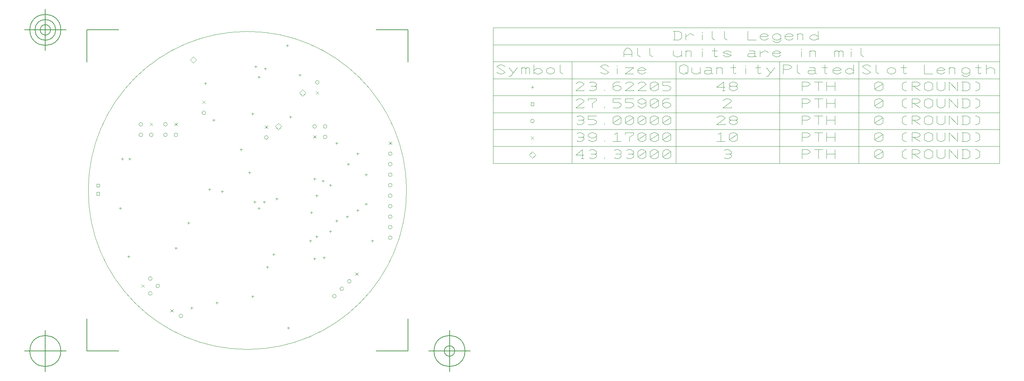
<source format=gbr>
G04 Generated by Ultiboard 13.0 *
%FSLAX25Y25*%
%MOIN*%

%ADD10C,0.00001*%
%ADD11C,0.00039*%
%ADD12C,0.00394*%
%ADD13C,0.00005*%
%ADD14C,0.00500*%


G04 ColorRGB 000000 for the following layer *
%LNDrill Symbols-Copper Top-Copper Bottom*%
%LPD*%
G54D11*
X232819Y-21000D02*
X235181Y-21000D01*
X234000Y-22181D02*
X234000Y-19819D01*
X225819Y-21000D02*
X228181Y-21000D01*
X227000Y-22181D02*
X227000Y-19819D01*
X223819Y-68000D02*
X226181Y-68000D01*
X225000Y-69181D02*
X225000Y-66819D01*
X276819Y-106000D02*
X279181Y-106000D01*
X278000Y-107181D02*
X278000Y-104819D01*
X363819Y-124000D02*
X366181Y-124000D01*
X365000Y-125181D02*
X365000Y-122819D01*
X429819Y-80000D02*
X432181Y-80000D01*
X431000Y-81181D02*
X431000Y-78819D01*
X429819Y-6000D02*
X432181Y-6000D01*
X431000Y-7181D02*
X431000Y-4819D01*
X440819Y-26000D02*
X443181Y-26000D01*
X442000Y-27181D02*
X442000Y-24819D01*
X288819Y-82000D02*
X291181Y-82000D01*
X290000Y-83181D02*
X290000Y-80819D01*
X231819Y-114000D02*
X234181Y-114000D01*
X233000Y-115181D02*
X233000Y-112819D01*
X383819Y-182000D02*
X386181Y-182000D01*
X385000Y-183181D02*
X385000Y-180819D01*
X439819Y-75969D02*
X442181Y-75969D01*
X441000Y-77150D02*
X441000Y-74787D01*
X304819Y51000D02*
X307181Y51000D01*
X306000Y49819D02*
X306000Y52181D01*
X338819Y-12000D02*
X341181Y-12000D01*
X340000Y-13181D02*
X340000Y-10819D01*
X355819Y-68000D02*
X358181Y-68000D01*
X357000Y-69181D02*
X357000Y-66819D01*
X372819Y-59000D02*
X375181Y-59000D01*
X374000Y-60181D02*
X374000Y-57819D01*
X312819Y16000D02*
X315181Y16000D01*
X314000Y14819D02*
X314000Y17181D01*
X349819Y22000D02*
X352181Y22000D01*
X351000Y20819D02*
X351000Y23181D01*
X405819Y-72000D02*
X408181Y-72000D01*
X407000Y-73181D02*
X407000Y-70819D01*
X449819Y-70000D02*
X452181Y-70000D01*
X451000Y-71181D02*
X451000Y-68819D01*
X449819Y-16000D02*
X452181Y-16000D01*
X451000Y-17181D02*
X451000Y-14819D01*
X404819Y-99000D02*
X407181Y-99000D01*
X406000Y-100181D02*
X406000Y-97819D01*
X463819Y-99000D02*
X466181Y-99000D01*
X465000Y-100181D02*
X465000Y-97819D01*
X457819Y-64000D02*
X460181Y-64000D01*
X459000Y-65181D02*
X459000Y-62819D01*
X457819Y-36000D02*
X460181Y-36000D01*
X459000Y-37181D02*
X459000Y-34819D01*
X423819Y-90000D02*
X426181Y-90000D01*
X425000Y-91181D02*
X425000Y-88819D01*
X423819Y-46000D02*
X426181Y-46000D01*
X425000Y-47181D02*
X425000Y-44819D01*
X410819Y-95000D02*
X413181Y-95000D01*
X412000Y-96181D02*
X412000Y-93819D01*
X410819Y-56000D02*
X413181Y-56000D01*
X412000Y-57181D02*
X412000Y-54819D01*
X416819Y-42000D02*
X419181Y-42000D01*
X418000Y-43181D02*
X418000Y-40819D01*
X408819Y-40000D02*
X411181Y-40000D01*
X410000Y-41181D02*
X410000Y-38819D01*
X360819Y-62000D02*
X363181Y-62000D01*
X362000Y-63181D02*
X362000Y-60819D01*
X417819Y-115000D02*
X420181Y-115000D01*
X419000Y-116181D02*
X419000Y-113819D01*
X315819Y-158000D02*
X318181Y-158000D01*
X317000Y-159181D02*
X317000Y-156819D01*
X320819Y-52000D02*
X323181Y-52000D01*
X322000Y-53181D02*
X322000Y-50819D01*
X349819Y-152000D02*
X352181Y-152000D01*
X351000Y-153181D02*
X351000Y-150819D01*
X308819Y-50000D02*
X311181Y-50000D01*
X310000Y-51181D02*
X310000Y-48819D01*
X291819Y-163000D02*
X294181Y-163000D01*
X293000Y-164181D02*
X293000Y-161819D01*
X369819Y-112000D02*
X372181Y-112000D01*
X371000Y-113181D02*
X371000Y-110819D01*
X346819Y-34000D02*
X349181Y-34000D01*
X348000Y-35181D02*
X348000Y-32819D01*
X394819Y59000D02*
X397181Y59000D01*
X396000Y57819D02*
X396000Y60181D01*
X385819Y19000D02*
X388181Y19000D01*
X387000Y17819D02*
X387000Y20181D01*
X355819Y57000D02*
X358181Y57000D01*
X357000Y55819D02*
X357000Y58181D01*
X382819Y87000D02*
X385181Y87000D01*
X384000Y85819D02*
X384000Y88181D01*
X361819Y65000D02*
X364181Y65000D01*
X363000Y63819D02*
X363000Y66181D01*
X352819Y67000D02*
X355181Y67000D01*
X354000Y65819D02*
X354000Y68181D01*
X351819Y-62000D02*
X354181Y-62000D01*
X353000Y-63181D02*
X353000Y-60819D01*
X408819Y-116000D02*
X411181Y-116000D01*
X410000Y-117181D02*
X410000Y-114819D01*
X480615Y-7385D02*
X483385Y-4615D01*
X480615Y-4615D02*
X483385Y-7385D01*
X480250Y-86000D02*
G75*
D01*
G02X480250Y-86000I1750J0*
G01*
X480250Y-16000D02*
G75*
D01*
G02X480250Y-16000I1750J0*
G01*
X480250Y-26000D02*
G75*
D01*
G02X480250Y-26000I1750J0*
G01*
X480250Y-66000D02*
G75*
D01*
G02X480250Y-66000I1750J0*
G01*
X480250Y-36000D02*
G75*
D01*
G02X480250Y-36000I1750J0*
G01*
X480250Y-46000D02*
G75*
D01*
G02X480250Y-46000I1750J0*
G01*
X480250Y-56000D02*
G75*
D01*
G02X480250Y-56000I1750J0*
G01*
X480250Y-96000D02*
G75*
D01*
G02X480250Y-96000I1750J0*
G01*
X480250Y-76000D02*
G75*
D01*
G02X480250Y-76000I1750J0*
G01*
X251821Y-134929D02*
G75*
D01*
G02X251821Y-134929I1750J0*
G01*
X258892Y-142000D02*
G75*
D01*
G02X258892Y-142000I1750J0*
G01*
X251821Y-149071D02*
G75*
D01*
G02X251821Y-149071I1750J0*
G01*
X245115Y-143385D02*
X247885Y-140615D01*
X245115Y-140615D02*
X247885Y-143385D01*
X272615Y-166885D02*
X275385Y-164115D01*
X272615Y-164115D02*
X275385Y-166885D01*
X280910Y-170500D02*
G75*
D01*
G02X280910Y-170500I1750J0*
G01*
X202541Y-47529D02*
X205297Y-47529D01*
X205297Y-44773D01*
X202541Y-44773D01*
X202541Y-47529D01*
X202541Y-55403D02*
X205297Y-55403D01*
X205297Y-52647D01*
X202541Y-52647D01*
X202541Y-55403D01*
X276250Y2000D02*
G75*
D01*
G02X276250Y2000I1750J0*
G01*
X266250Y2000D02*
G75*
D01*
G02X266250Y2000I1750J0*
G01*
X266250Y12000D02*
G75*
D01*
G02X266250Y12000I1750J0*
G01*
X276615Y10615D02*
X279385Y13385D01*
X276615Y13385D02*
X279385Y10615D01*
X252750Y2000D02*
G75*
D01*
G02X252750Y2000I1750J0*
G01*
X242750Y2000D02*
G75*
D01*
G02X242750Y2000I1750J0*
G01*
X242750Y12000D02*
G75*
D01*
G02X242750Y12000I1750J0*
G01*
X253115Y10615D02*
X255885Y13385D01*
X253115Y13385D02*
X255885Y10615D01*
X362615Y8115D02*
X365385Y10885D01*
X362615Y10885D02*
X365385Y8115D01*
X362250Y-500D02*
G75*
D01*
G02X362250Y-500I1750J0*
G01*
X408250Y10000D02*
G75*
D01*
G02X408250Y10000I1750J0*
G01*
X418250Y0D02*
G75*
D01*
G02X418250Y0I1750J0*
G01*
X408615Y-1385D02*
X411385Y1385D01*
X408615Y1385D02*
X411385Y-1385D01*
X418250Y10000D02*
G75*
D01*
G02X418250Y10000I1750J0*
G01*
X410750Y52000D02*
G75*
D01*
G02X410750Y52000I1750J0*
G01*
X411115Y40615D02*
X413885Y43385D01*
X411115Y43385D02*
X413885Y40615D01*
X303115Y31615D02*
X305885Y34385D01*
X303115Y34385D02*
X305885Y31615D01*
X302750Y23000D02*
G75*
D01*
G02X302750Y23000I1750J0*
G01*
X427037Y-151713D02*
G75*
D01*
G02X427037Y-151713I1750J0*
G01*
X441179Y-137571D02*
G75*
D01*
G02X441179Y-137571I1750J0*
G01*
X434108Y-144642D02*
G75*
D01*
G02X434108Y-144642I1750J0*
G01*
X448615Y-131885D02*
X451385Y-129115D01*
X448615Y-129115D02*
X451385Y-131885D01*
X615898Y408D02*
X618668Y-2362D01*
X615898Y-2362D02*
X618668Y408D01*
X615533Y15165D02*
G75*
D01*
G02X615533Y15165I1750J0*
G01*
X615905Y29929D02*
X618661Y29929D01*
X618661Y32685D01*
X615905Y32685D01*
X615905Y29929D01*
X617283Y46267D02*
X617283Y48630D01*
X616102Y47449D02*
X618464Y47449D01*
G54D12*
X375500Y6936D02*
X378564Y10000D01*
X375500Y13064D01*
X372436Y10000D01*
X375500Y6936D01*
X398500Y38936D02*
X401564Y42000D01*
X398500Y45064D01*
X395436Y42000D01*
X398500Y38936D01*
X294500Y70436D02*
X297564Y73500D01*
X294500Y76564D01*
X291436Y73500D01*
X294500Y70436D01*
X617283Y-20182D02*
X620347Y-17118D01*
X617283Y-14055D01*
X614219Y-17118D01*
X617283Y-20182D01*
X666233Y-17118D02*
X658359Y-17118D01*
X664921Y-12057D01*
X664921Y-20493D01*
X663609Y-20493D02*
X666233Y-20493D01*
X671483Y-12900D02*
X672795Y-12057D01*
X675420Y-12057D01*
X678044Y-13744D01*
X678044Y-15431D01*
X676732Y-16275D01*
X678044Y-17118D01*
X678044Y-18806D01*
X675420Y-20493D01*
X672795Y-20493D01*
X671483Y-19649D01*
X672795Y-16275D02*
X676732Y-16275D01*
X685918Y-20493D02*
X685918Y-19649D01*
X695105Y-12900D02*
X696417Y-12057D01*
X699042Y-12057D01*
X701666Y-13744D01*
X701666Y-15431D01*
X700354Y-16275D01*
X701666Y-17118D01*
X701666Y-18806D01*
X699042Y-20493D01*
X696417Y-20493D01*
X695105Y-19649D01*
X696417Y-16275D02*
X700354Y-16275D01*
X706916Y-12900D02*
X708228Y-12057D01*
X710853Y-12057D01*
X713477Y-13744D01*
X713477Y-15431D01*
X712165Y-16275D01*
X713477Y-17118D01*
X713477Y-18806D01*
X710853Y-20493D01*
X708228Y-20493D01*
X706916Y-19649D01*
X708228Y-16275D02*
X712165Y-16275D01*
X717414Y-13744D02*
X720039Y-12057D01*
X722664Y-12057D01*
X725288Y-13744D01*
X725288Y-18806D01*
X722664Y-20493D01*
X720039Y-20493D01*
X717414Y-18806D01*
X717414Y-13744D01*
X725288Y-13744D02*
X717414Y-18806D01*
X729225Y-13744D02*
X731850Y-12057D01*
X734475Y-12057D01*
X737099Y-13744D01*
X737099Y-18806D01*
X734475Y-20493D01*
X731850Y-20493D01*
X729225Y-18806D01*
X729225Y-13744D01*
X737099Y-13744D02*
X729225Y-18806D01*
X741036Y-13744D02*
X743661Y-12057D01*
X746286Y-12057D01*
X748910Y-13744D01*
X748910Y-18806D01*
X746286Y-20493D01*
X743661Y-20493D01*
X741036Y-18806D01*
X741036Y-13744D01*
X748910Y-13744D02*
X741036Y-18806D01*
X799829Y-12900D02*
X801141Y-12057D01*
X803766Y-12057D01*
X806391Y-13744D01*
X806391Y-15431D01*
X805078Y-16275D01*
X806391Y-17118D01*
X806391Y-18806D01*
X803766Y-20493D01*
X801141Y-20493D01*
X799829Y-19649D01*
X801141Y-16275D02*
X805078Y-16275D01*
X873714Y-20493D02*
X873714Y-12057D01*
X878963Y-12057D01*
X881588Y-13744D01*
X881588Y-14587D01*
X878963Y-16275D01*
X873714Y-16275D01*
X889462Y-20493D02*
X889462Y-12057D01*
X885525Y-12057D02*
X893399Y-12057D01*
X897336Y-20493D02*
X897336Y-12057D01*
X905210Y-20493D02*
X905210Y-12057D01*
X897336Y-16275D02*
X905210Y-16275D01*
X943005Y-13744D02*
X945630Y-12057D01*
X948254Y-12057D01*
X950879Y-13744D01*
X950879Y-18806D01*
X948254Y-20493D01*
X945630Y-20493D01*
X943005Y-18806D01*
X943005Y-13744D01*
X950879Y-13744D02*
X943005Y-18806D01*
X973189Y-20493D02*
X971876Y-20493D01*
X969252Y-18806D01*
X969252Y-13744D01*
X971876Y-12057D01*
X973189Y-12057D01*
X978438Y-20493D02*
X978438Y-12057D01*
X983687Y-12057D01*
X986312Y-13744D01*
X986312Y-14587D01*
X983687Y-16275D01*
X978438Y-16275D01*
X979750Y-16275D02*
X986312Y-20493D01*
X990249Y-18806D02*
X992874Y-20493D01*
X995498Y-20493D01*
X998123Y-18806D01*
X998123Y-13744D01*
X995498Y-12057D01*
X992874Y-12057D01*
X990249Y-13744D01*
X990249Y-18806D01*
X1002060Y-12057D02*
X1002060Y-18806D01*
X1004685Y-20493D01*
X1007309Y-20493D01*
X1009934Y-18806D01*
X1009934Y-12057D01*
X1013871Y-20493D02*
X1013871Y-12057D01*
X1021745Y-20493D01*
X1021745Y-12057D01*
X1025682Y-20493D02*
X1030931Y-20493D01*
X1033556Y-18806D01*
X1033556Y-13744D01*
X1030931Y-12057D01*
X1025682Y-12057D01*
X1026994Y-12057D02*
X1026994Y-20493D01*
X1038805Y-12057D02*
X1040118Y-12057D01*
X1042742Y-13744D01*
X1042742Y-18806D01*
X1040118Y-20493D01*
X1038805Y-20493D01*
X659672Y3242D02*
X660984Y4085D01*
X663609Y4085D01*
X666233Y2398D01*
X666233Y711D01*
X664921Y-133D01*
X666233Y-977D01*
X666233Y-2664D01*
X663609Y-4351D01*
X660984Y-4351D01*
X659672Y-3508D01*
X660984Y-133D02*
X664921Y-133D01*
X670170Y-2664D02*
X672795Y-4351D01*
X675420Y-4351D01*
X678044Y-2664D01*
X678044Y711D01*
X678044Y2398D01*
X675420Y4085D01*
X672795Y4085D01*
X670170Y2398D01*
X670170Y711D01*
X672795Y-977D01*
X675420Y-977D01*
X678044Y711D01*
X685918Y-4351D02*
X685918Y-3508D01*
X695105Y2398D02*
X697729Y4085D01*
X697729Y-4351D01*
X693792Y-4351D02*
X701666Y-4351D01*
X709540Y-4351D02*
X709540Y-133D01*
X713477Y2398D01*
X713477Y4085D01*
X705603Y4085D01*
X705603Y2398D01*
X717414Y2398D02*
X720039Y4085D01*
X722664Y4085D01*
X725288Y2398D01*
X725288Y-2664D01*
X722664Y-4351D01*
X720039Y-4351D01*
X717414Y-2664D01*
X717414Y2398D01*
X725288Y2398D02*
X717414Y-2664D01*
X729225Y2398D02*
X731850Y4085D01*
X734475Y4085D01*
X737099Y2398D01*
X737099Y-2664D01*
X734475Y-4351D01*
X731850Y-4351D01*
X729225Y-2664D01*
X729225Y2398D01*
X737099Y2398D02*
X729225Y-2664D01*
X741036Y2398D02*
X743661Y4085D01*
X746286Y4085D01*
X748910Y2398D01*
X748910Y-2664D01*
X746286Y-4351D01*
X743661Y-4351D01*
X741036Y-2664D01*
X741036Y2398D01*
X748910Y2398D02*
X741036Y-2664D01*
X793924Y2398D02*
X796548Y4085D01*
X796548Y-4351D01*
X792611Y-4351D02*
X800485Y-4351D01*
X804422Y2398D02*
X807047Y4085D01*
X809672Y4085D01*
X812296Y2398D01*
X812296Y-2664D01*
X809672Y-4351D01*
X807047Y-4351D01*
X804422Y-2664D01*
X804422Y2398D01*
X812296Y2398D02*
X804422Y-2664D01*
X873714Y-4351D02*
X873714Y4085D01*
X878963Y4085D01*
X881588Y2398D01*
X881588Y1554D01*
X878963Y-133D01*
X873714Y-133D01*
X889462Y-4351D02*
X889462Y4085D01*
X885525Y4085D02*
X893399Y4085D01*
X897336Y-4351D02*
X897336Y4085D01*
X905210Y-4351D02*
X905210Y4085D01*
X897336Y-133D02*
X905210Y-133D01*
X943005Y2398D02*
X945630Y4085D01*
X948254Y4085D01*
X950879Y2398D01*
X950879Y-2664D01*
X948254Y-4351D01*
X945630Y-4351D01*
X943005Y-2664D01*
X943005Y2398D01*
X950879Y2398D02*
X943005Y-2664D01*
X973189Y-4351D02*
X971876Y-4351D01*
X969252Y-2664D01*
X969252Y2398D01*
X971876Y4085D01*
X973189Y4085D01*
X978438Y-4351D02*
X978438Y4085D01*
X983687Y4085D01*
X986312Y2398D01*
X986312Y1554D01*
X983687Y-133D01*
X978438Y-133D01*
X979750Y-133D02*
X986312Y-4351D01*
X990249Y-2664D02*
X992874Y-4351D01*
X995498Y-4351D01*
X998123Y-2664D01*
X998123Y2398D01*
X995498Y4085D01*
X992874Y4085D01*
X990249Y2398D01*
X990249Y-2664D01*
X1002060Y4085D02*
X1002060Y-2664D01*
X1004685Y-4351D01*
X1007309Y-4351D01*
X1009934Y-2664D01*
X1009934Y4085D01*
X1013871Y-4351D02*
X1013871Y4085D01*
X1021745Y-4351D01*
X1021745Y4085D01*
X1025682Y-4351D02*
X1030931Y-4351D01*
X1033556Y-2664D01*
X1033556Y2398D01*
X1030931Y4085D01*
X1025682Y4085D01*
X1026994Y4085D02*
X1026994Y-4351D01*
X1038805Y4085D02*
X1040118Y4085D01*
X1042742Y2398D01*
X1042742Y-2664D01*
X1040118Y-4351D01*
X1038805Y-4351D01*
X659672Y19383D02*
X660984Y20227D01*
X663609Y20227D01*
X666233Y18540D01*
X666233Y16852D01*
X664921Y16009D01*
X666233Y15165D01*
X666233Y13478D01*
X663609Y11790D01*
X660984Y11790D01*
X659672Y12634D01*
X660984Y16009D02*
X664921Y16009D01*
X678044Y20227D02*
X670170Y20227D01*
X670170Y16852D01*
X675420Y16852D01*
X678044Y15165D01*
X678044Y13478D01*
X675420Y11790D01*
X670170Y11790D01*
X685918Y11790D02*
X685918Y12634D01*
X693792Y18540D02*
X696417Y20227D01*
X699042Y20227D01*
X701666Y18540D01*
X701666Y13478D01*
X699042Y11790D01*
X696417Y11790D01*
X693792Y13478D01*
X693792Y18540D01*
X701666Y18540D02*
X693792Y13478D01*
X705603Y18540D02*
X708228Y20227D01*
X710853Y20227D01*
X713477Y18540D01*
X713477Y13478D01*
X710853Y11790D01*
X708228Y11790D01*
X705603Y13478D01*
X705603Y18540D01*
X713477Y18540D02*
X705603Y13478D01*
X717414Y18540D02*
X720039Y20227D01*
X722664Y20227D01*
X725288Y18540D01*
X725288Y13478D01*
X722664Y11790D01*
X720039Y11790D01*
X717414Y13478D01*
X717414Y18540D01*
X725288Y18540D02*
X717414Y13478D01*
X729225Y18540D02*
X731850Y20227D01*
X734475Y20227D01*
X737099Y18540D01*
X737099Y13478D01*
X734475Y11790D01*
X731850Y11790D01*
X729225Y13478D01*
X729225Y18540D01*
X737099Y18540D02*
X729225Y13478D01*
X741036Y18540D02*
X743661Y20227D01*
X746286Y20227D01*
X748910Y18540D01*
X748910Y13478D01*
X746286Y11790D01*
X743661Y11790D01*
X741036Y13478D01*
X741036Y18540D01*
X748910Y18540D02*
X741036Y13478D01*
X792611Y18540D02*
X795236Y20227D01*
X797861Y20227D01*
X800485Y18540D01*
X800485Y17696D01*
X792611Y11790D01*
X800485Y11790D01*
X800485Y12634D01*
X809672Y11790D02*
X807047Y11790D01*
X804422Y13478D01*
X804422Y15165D01*
X805735Y16009D01*
X804422Y16852D01*
X804422Y18540D01*
X807047Y20227D01*
X809672Y20227D01*
X812296Y18540D01*
X812296Y16852D01*
X810984Y16009D01*
X812296Y15165D01*
X812296Y13478D01*
X809672Y11790D01*
X805735Y16009D02*
X810984Y16009D01*
X873714Y11790D02*
X873714Y20227D01*
X878963Y20227D01*
X881588Y18540D01*
X881588Y17696D01*
X878963Y16009D01*
X873714Y16009D01*
X889462Y11790D02*
X889462Y20227D01*
X885525Y20227D02*
X893399Y20227D01*
X897336Y11790D02*
X897336Y20227D01*
X905210Y11790D02*
X905210Y20227D01*
X897336Y16009D02*
X905210Y16009D01*
X943005Y18540D02*
X945630Y20227D01*
X948254Y20227D01*
X950879Y18540D01*
X950879Y13478D01*
X948254Y11790D01*
X945630Y11790D01*
X943005Y13478D01*
X943005Y18540D01*
X950879Y18540D02*
X943005Y13478D01*
X973189Y11790D02*
X971876Y11790D01*
X969252Y13478D01*
X969252Y18540D01*
X971876Y20227D01*
X973189Y20227D01*
X978438Y11790D02*
X978438Y20227D01*
X983687Y20227D01*
X986312Y18540D01*
X986312Y17696D01*
X983687Y16009D01*
X978438Y16009D01*
X979750Y16009D02*
X986312Y11790D01*
X990249Y13478D02*
X992874Y11790D01*
X995498Y11790D01*
X998123Y13478D01*
X998123Y18540D01*
X995498Y20227D01*
X992874Y20227D01*
X990249Y18540D01*
X990249Y13478D01*
X1002060Y20227D02*
X1002060Y13478D01*
X1004685Y11790D01*
X1007309Y11790D01*
X1009934Y13478D01*
X1009934Y20227D01*
X1013871Y11790D02*
X1013871Y20227D01*
X1021745Y11790D01*
X1021745Y20227D01*
X1025682Y11790D02*
X1030931Y11790D01*
X1033556Y13478D01*
X1033556Y18540D01*
X1030931Y20227D01*
X1025682Y20227D01*
X1026994Y20227D02*
X1026994Y11790D01*
X1038805Y20227D02*
X1040118Y20227D01*
X1042742Y18540D01*
X1042742Y13478D01*
X1040118Y11790D01*
X1038805Y11790D01*
X658359Y34681D02*
X660984Y36369D01*
X663609Y36369D01*
X666233Y34681D01*
X666233Y33838D01*
X658359Y27932D01*
X666233Y27932D01*
X666233Y28776D01*
X674107Y27932D02*
X674107Y32150D01*
X678044Y34681D01*
X678044Y36369D01*
X670170Y36369D01*
X670170Y34681D01*
X685918Y27932D02*
X685918Y28776D01*
X701666Y36369D02*
X693792Y36369D01*
X693792Y32994D01*
X699042Y32994D01*
X701666Y31307D01*
X701666Y29619D01*
X699042Y27932D01*
X693792Y27932D01*
X713477Y36369D02*
X705603Y36369D01*
X705603Y32994D01*
X710853Y32994D01*
X713477Y31307D01*
X713477Y29619D01*
X710853Y27932D01*
X705603Y27932D01*
X717414Y29619D02*
X720039Y27932D01*
X722664Y27932D01*
X725288Y29619D01*
X725288Y32994D01*
X725288Y34681D01*
X722664Y36369D01*
X720039Y36369D01*
X717414Y34681D01*
X717414Y32994D01*
X720039Y31307D01*
X722664Y31307D01*
X725288Y32994D01*
X729225Y34681D02*
X731850Y36369D01*
X734475Y36369D01*
X737099Y34681D01*
X737099Y29619D01*
X734475Y27932D01*
X731850Y27932D01*
X729225Y29619D01*
X729225Y34681D01*
X737099Y34681D02*
X729225Y29619D01*
X747598Y36369D02*
X743661Y36369D01*
X741036Y34681D01*
X741036Y31307D01*
X741036Y29619D01*
X743661Y27932D01*
X746286Y27932D01*
X748910Y29619D01*
X748910Y31307D01*
X746286Y32994D01*
X743661Y32994D01*
X741036Y31307D01*
X798517Y34681D02*
X801141Y36369D01*
X803766Y36369D01*
X806391Y34681D01*
X806391Y33838D01*
X798517Y27932D01*
X806391Y27932D01*
X806391Y28776D01*
X873714Y27932D02*
X873714Y36369D01*
X878963Y36369D01*
X881588Y34681D01*
X881588Y33838D01*
X878963Y32150D01*
X873714Y32150D01*
X889462Y27932D02*
X889462Y36369D01*
X885525Y36369D02*
X893399Y36369D01*
X897336Y27932D02*
X897336Y36369D01*
X905210Y27932D02*
X905210Y36369D01*
X897336Y32150D02*
X905210Y32150D01*
X943005Y34681D02*
X945630Y36369D01*
X948254Y36369D01*
X950879Y34681D01*
X950879Y29619D01*
X948254Y27932D01*
X945630Y27932D01*
X943005Y29619D01*
X943005Y34681D01*
X950879Y34681D02*
X943005Y29619D01*
X973189Y27932D02*
X971876Y27932D01*
X969252Y29619D01*
X969252Y34681D01*
X971876Y36369D01*
X973189Y36369D01*
X978438Y27932D02*
X978438Y36369D01*
X983687Y36369D01*
X986312Y34681D01*
X986312Y33838D01*
X983687Y32150D01*
X978438Y32150D01*
X979750Y32150D02*
X986312Y27932D01*
X990249Y29619D02*
X992874Y27932D01*
X995498Y27932D01*
X998123Y29619D01*
X998123Y34681D01*
X995498Y36369D01*
X992874Y36369D01*
X990249Y34681D01*
X990249Y29619D01*
X1002060Y36369D02*
X1002060Y29619D01*
X1004685Y27932D01*
X1007309Y27932D01*
X1009934Y29619D01*
X1009934Y36369D01*
X1013871Y27932D02*
X1013871Y36369D01*
X1021745Y27932D01*
X1021745Y36369D01*
X1025682Y27932D02*
X1030931Y27932D01*
X1033556Y29619D01*
X1033556Y34681D01*
X1030931Y36369D01*
X1025682Y36369D01*
X1026994Y36369D02*
X1026994Y27932D01*
X1038805Y36369D02*
X1040118Y36369D01*
X1042742Y34681D01*
X1042742Y29619D01*
X1040118Y27932D01*
X1038805Y27932D01*
X658359Y50823D02*
X660984Y52510D01*
X663609Y52510D01*
X666233Y50823D01*
X666233Y49979D01*
X658359Y44074D01*
X666233Y44074D01*
X666233Y44918D01*
X671483Y51667D02*
X672795Y52510D01*
X675420Y52510D01*
X678044Y50823D01*
X678044Y49136D01*
X676732Y48292D01*
X678044Y47449D01*
X678044Y45761D01*
X675420Y44074D01*
X672795Y44074D01*
X671483Y44918D01*
X672795Y48292D02*
X676732Y48292D01*
X685918Y44074D02*
X685918Y44918D01*
X700354Y52510D02*
X696417Y52510D01*
X693792Y50823D01*
X693792Y47449D01*
X693792Y45761D01*
X696417Y44074D01*
X699042Y44074D01*
X701666Y45761D01*
X701666Y47449D01*
X699042Y49136D01*
X696417Y49136D01*
X693792Y47449D01*
X705603Y50823D02*
X708228Y52510D01*
X710853Y52510D01*
X713477Y50823D01*
X713477Y49979D01*
X705603Y44074D01*
X713477Y44074D01*
X713477Y44918D01*
X717414Y50823D02*
X720039Y52510D01*
X722664Y52510D01*
X725288Y50823D01*
X725288Y49979D01*
X717414Y44074D01*
X725288Y44074D01*
X725288Y44918D01*
X729225Y50823D02*
X731850Y52510D01*
X734475Y52510D01*
X737099Y50823D01*
X737099Y45761D01*
X734475Y44074D01*
X731850Y44074D01*
X729225Y45761D01*
X729225Y50823D01*
X737099Y50823D02*
X729225Y45761D01*
X748910Y52510D02*
X741036Y52510D01*
X741036Y49136D01*
X746286Y49136D01*
X748910Y47449D01*
X748910Y45761D01*
X746286Y44074D01*
X741036Y44074D01*
X800485Y47449D02*
X792611Y47449D01*
X799173Y52510D01*
X799173Y44074D01*
X797861Y44074D02*
X800485Y44074D01*
X809672Y44074D02*
X807047Y44074D01*
X804422Y45761D01*
X804422Y47449D01*
X805735Y48292D01*
X804422Y49136D01*
X804422Y50823D01*
X807047Y52510D01*
X809672Y52510D01*
X812296Y50823D01*
X812296Y49136D01*
X810984Y48292D01*
X812296Y47449D01*
X812296Y45761D01*
X809672Y44074D01*
X805735Y48292D02*
X810984Y48292D01*
X873714Y44074D02*
X873714Y52510D01*
X878963Y52510D01*
X881588Y50823D01*
X881588Y49979D01*
X878963Y48292D01*
X873714Y48292D01*
X889462Y44074D02*
X889462Y52510D01*
X885525Y52510D02*
X893399Y52510D01*
X897336Y44074D02*
X897336Y52510D01*
X905210Y44074D02*
X905210Y52510D01*
X897336Y48292D02*
X905210Y48292D01*
X943005Y50823D02*
X945630Y52510D01*
X948254Y52510D01*
X950879Y50823D01*
X950879Y45761D01*
X948254Y44074D01*
X945630Y44074D01*
X943005Y45761D01*
X943005Y50823D01*
X950879Y50823D02*
X943005Y45761D01*
X973189Y44074D02*
X971876Y44074D01*
X969252Y45761D01*
X969252Y50823D01*
X971876Y52510D01*
X973189Y52510D01*
X978438Y44074D02*
X978438Y52510D01*
X983687Y52510D01*
X986312Y50823D01*
X986312Y49979D01*
X983687Y48292D01*
X978438Y48292D01*
X979750Y48292D02*
X986312Y44074D01*
X990249Y45761D02*
X992874Y44074D01*
X995498Y44074D01*
X998123Y45761D01*
X998123Y50823D01*
X995498Y52510D01*
X992874Y52510D01*
X990249Y50823D01*
X990249Y45761D01*
X1002060Y52510D02*
X1002060Y45761D01*
X1004685Y44074D01*
X1007309Y44074D01*
X1009934Y45761D01*
X1009934Y52510D01*
X1013871Y44074D02*
X1013871Y52510D01*
X1021745Y44074D01*
X1021745Y52510D01*
X1025682Y44074D02*
X1030931Y44074D01*
X1033556Y45761D01*
X1033556Y50823D01*
X1030931Y52510D01*
X1025682Y52510D01*
X1026994Y52510D02*
X1026994Y44074D01*
X1038805Y52510D02*
X1040118Y52510D01*
X1042742Y50823D01*
X1042742Y45761D01*
X1040118Y44074D01*
X1038805Y44074D01*
G04 ColorRGB CC00FF for the following layer *
%LNBoard Outline*%
%LPD*%
G54D10*
G54D13*
X194524Y-51000D02*
G75*
D01*
G02X194524Y-51000I151476J0*
G01*
G54D14*
X193024Y-203976D02*
X193024Y-173381D01*
X193024Y-203976D02*
X223619Y-203976D01*
X498976Y-203976D02*
X468381Y-203976D01*
X498976Y-203976D02*
X498976Y-173381D01*
X498976Y101976D02*
X498976Y71381D01*
X498976Y101976D02*
X468381Y101976D01*
X193024Y101976D02*
X223619Y101976D01*
X193024Y101976D02*
X193024Y71381D01*
X173339Y-203976D02*
X133969Y-203976D01*
X153654Y-223661D02*
X153654Y-184291D01*
X138890Y-203976D02*
G75*
D01*
G02X138890Y-203976I14764J0*
G01*
X518661Y-203976D02*
X558031Y-203976D01*
X538346Y-223661D02*
X538346Y-184291D01*
X523582Y-203976D02*
G75*
D01*
G02X523582Y-203976I14764J0*
G01*
X533425Y-203976D02*
G75*
D01*
G02X533425Y-203976I4921J0*
G01*
X173339Y101976D02*
X133969Y101976D01*
X153654Y82291D02*
X153654Y121661D01*
X138890Y101976D02*
G75*
D01*
G02X138890Y101976I14764J0*
G01*
X143811Y101976D02*
G75*
D01*
G02X143811Y101976I9843J0*
G01*
X148733Y101976D02*
G75*
D01*
G02X148733Y101976I4921J0*
G01*
G04 ColorRGB 66FFCC for the following layer *
%LNLegend Description*%
%LPD*%
G54D12*
X579685Y-25189D02*
X1061968Y-25189D01*
X1061968Y103945D01*
X579685Y103945D01*
X579685Y-25189D01*
X654882Y71661D02*
X654882Y-25189D01*
X753700Y71661D02*
X753700Y-25189D01*
X852519Y71661D02*
X852519Y-25189D01*
X927716Y71661D02*
X927716Y-25189D01*
X1061968Y71661D02*
X1061968Y-25189D01*
X579685Y-9048D02*
X1061968Y-9048D01*
X579685Y7094D02*
X1061968Y7094D01*
X579685Y23236D02*
X1061968Y23236D01*
X579685Y39378D02*
X1061968Y39378D01*
X583162Y61903D02*
X585787Y60216D01*
X588412Y60216D01*
X591036Y61903D01*
X583162Y66965D01*
X585787Y68652D01*
X588412Y68652D01*
X591036Y66965D01*
X594973Y57685D02*
X596286Y57685D01*
X602847Y66121D01*
X594973Y66121D02*
X598910Y61059D01*
X606784Y60216D02*
X606784Y65278D01*
X606784Y66121D01*
X606784Y65278D02*
X608097Y66121D01*
X609409Y66121D01*
X610721Y65278D01*
X612034Y66121D01*
X613346Y66121D01*
X614658Y65278D01*
X614658Y60216D01*
X610721Y65278D02*
X610721Y60216D01*
X618595Y61903D02*
X621220Y60216D01*
X623845Y60216D01*
X626470Y61903D01*
X626470Y63590D01*
X623845Y65278D01*
X621220Y65278D01*
X618595Y63590D01*
X618595Y68652D02*
X618595Y60216D01*
X630407Y61903D02*
X633031Y60216D01*
X635656Y60216D01*
X638281Y61903D01*
X638281Y64434D01*
X635656Y66121D01*
X633031Y66121D01*
X630407Y64434D01*
X630407Y61903D01*
X643530Y68652D02*
X643530Y61903D01*
X646155Y60216D01*
X579685Y55519D02*
X1061968Y55519D01*
X681981Y61903D02*
X684606Y60216D01*
X687231Y60216D01*
X689855Y61903D01*
X681981Y66965D01*
X684606Y68652D01*
X687231Y68652D01*
X689855Y66965D01*
X697729Y60216D02*
X697729Y65278D01*
X697729Y66965D02*
X697729Y67808D01*
X705603Y66121D02*
X713477Y66121D01*
X705603Y60216D01*
X713477Y60216D01*
X725288Y61903D02*
X722664Y60216D01*
X720039Y60216D01*
X717414Y61903D01*
X717414Y64434D01*
X720039Y66121D01*
X722664Y66121D01*
X725288Y64434D01*
X723976Y63590D01*
X717414Y63590D01*
X757178Y61903D02*
X759803Y60216D01*
X762428Y60216D01*
X765052Y61903D01*
X765052Y66965D01*
X762428Y68652D01*
X759803Y68652D01*
X757178Y66965D01*
X757178Y61903D01*
X762428Y61903D02*
X765052Y60216D01*
X768989Y66121D02*
X768989Y61903D01*
X771614Y60216D01*
X774239Y60216D01*
X776863Y61903D01*
X776863Y66121D01*
X776863Y61903D02*
X776863Y60216D01*
X782113Y66121D02*
X786050Y66121D01*
X787362Y65278D01*
X787362Y61059D01*
X786050Y60216D01*
X782113Y60216D01*
X780800Y61059D01*
X780800Y62747D01*
X782113Y63590D01*
X787362Y63590D01*
X787362Y61059D02*
X788674Y60216D01*
X792611Y60216D02*
X792611Y65278D01*
X792611Y66121D01*
X792611Y65278D02*
X793924Y66121D01*
X796548Y66121D01*
X797861Y65278D01*
X797861Y60216D01*
X810984Y61059D02*
X809672Y60216D01*
X808359Y61059D01*
X808359Y68652D01*
X805735Y66121D02*
X810984Y66121D01*
X820170Y60216D02*
X820170Y65278D01*
X820170Y66965D02*
X820170Y67808D01*
X834606Y61059D02*
X833294Y60216D01*
X831981Y61059D01*
X831981Y68652D01*
X829357Y66121D02*
X834606Y66121D01*
X839855Y57685D02*
X841168Y57685D01*
X847729Y66121D01*
X839855Y66121D02*
X843792Y61059D01*
X855997Y60216D02*
X855997Y68652D01*
X861246Y68652D01*
X863871Y66965D01*
X863871Y66121D01*
X861246Y64434D01*
X855997Y64434D01*
X869120Y68652D02*
X869120Y61903D01*
X871745Y60216D01*
X880931Y66121D02*
X884868Y66121D01*
X886181Y65278D01*
X886181Y61059D01*
X884868Y60216D01*
X880931Y60216D01*
X879619Y61059D01*
X879619Y62747D01*
X880931Y63590D01*
X886181Y63590D01*
X886181Y61059D02*
X887493Y60216D01*
X897992Y61059D02*
X896679Y60216D01*
X895367Y61059D01*
X895367Y68652D01*
X892742Y66121D02*
X897992Y66121D01*
X911115Y61903D02*
X908491Y60216D01*
X905866Y60216D01*
X903241Y61903D01*
X903241Y64434D01*
X905866Y66121D01*
X908491Y66121D01*
X911115Y64434D01*
X909803Y63590D01*
X903241Y63590D01*
X922926Y61903D02*
X920302Y60216D01*
X917677Y60216D01*
X915052Y61903D01*
X915052Y63590D01*
X917677Y65278D01*
X920302Y65278D01*
X922926Y63590D01*
X922926Y68652D02*
X922926Y60216D01*
X931194Y61903D02*
X933819Y60216D01*
X936443Y60216D01*
X939068Y61903D01*
X931194Y66965D01*
X933819Y68652D01*
X936443Y68652D01*
X939068Y66965D01*
X944317Y68652D02*
X944317Y61903D01*
X946942Y60216D01*
X954816Y61903D02*
X957441Y60216D01*
X960065Y60216D01*
X962690Y61903D01*
X962690Y64434D01*
X960065Y66121D01*
X957441Y66121D01*
X954816Y64434D01*
X954816Y61903D01*
X973189Y61059D02*
X971876Y60216D01*
X970564Y61059D01*
X970564Y68652D01*
X967939Y66121D02*
X973189Y66121D01*
X990249Y68652D02*
X990249Y60216D01*
X998123Y60216D01*
X1009934Y61903D02*
X1007309Y60216D01*
X1004685Y60216D01*
X1002060Y61903D01*
X1002060Y64434D01*
X1004685Y66121D01*
X1007309Y66121D01*
X1009934Y64434D01*
X1008622Y63590D01*
X1002060Y63590D01*
X1013871Y60216D02*
X1013871Y65278D01*
X1013871Y66121D01*
X1013871Y65278D02*
X1015183Y66121D01*
X1017808Y66121D01*
X1019120Y65278D01*
X1019120Y60216D01*
X1025682Y59372D02*
X1028307Y57685D01*
X1030931Y57685D01*
X1033556Y59372D01*
X1033556Y61903D01*
X1033556Y64434D01*
X1030931Y66121D01*
X1028307Y66121D01*
X1025682Y64434D01*
X1025682Y61903D01*
X1028307Y60216D01*
X1030931Y60216D01*
X1033556Y61903D01*
X1044055Y61059D02*
X1042742Y60216D01*
X1041430Y61059D01*
X1041430Y68652D01*
X1038805Y66121D02*
X1044055Y66121D01*
X1049304Y64434D02*
X1051929Y66121D01*
X1054553Y66121D01*
X1057178Y64434D01*
X1057178Y60216D01*
X1049304Y68652D02*
X1049304Y60216D01*
X579685Y71661D02*
X1061968Y71661D01*
X704029Y76357D02*
X704029Y81419D01*
X706653Y84794D01*
X709278Y84794D01*
X711903Y81419D01*
X711903Y76357D01*
X704029Y78888D02*
X711903Y78888D01*
X717152Y84794D02*
X717152Y78045D01*
X719777Y76357D01*
X728963Y84794D02*
X728963Y78045D01*
X731588Y76357D01*
X751273Y82263D02*
X751273Y78045D01*
X753897Y76357D01*
X756522Y76357D01*
X759147Y78045D01*
X759147Y82263D01*
X759147Y78045D02*
X759147Y76357D01*
X763084Y76357D02*
X763084Y81419D01*
X763084Y82263D01*
X763084Y81419D02*
X764396Y82263D01*
X767021Y82263D01*
X768333Y81419D01*
X768333Y76357D01*
X778832Y76357D02*
X778832Y81419D01*
X778832Y83107D02*
X778832Y83950D01*
X793267Y77201D02*
X791955Y76357D01*
X790643Y77201D01*
X790643Y84794D01*
X788018Y82263D02*
X793267Y82263D01*
X798517Y78045D02*
X801141Y76357D01*
X803766Y76357D01*
X806391Y78045D01*
X798517Y80576D01*
X801141Y82263D01*
X803766Y82263D01*
X806391Y80576D01*
X823451Y82263D02*
X827388Y82263D01*
X828700Y81419D01*
X828700Y77201D01*
X827388Y76357D01*
X823451Y76357D01*
X822139Y77201D01*
X822139Y78888D01*
X823451Y79732D01*
X828700Y79732D01*
X828700Y77201D02*
X830013Y76357D01*
X833950Y79732D02*
X837887Y82263D01*
X839199Y82263D01*
X841824Y80576D01*
X833950Y76357D02*
X833950Y82263D01*
X853635Y78045D02*
X851010Y76357D01*
X848386Y76357D01*
X845761Y78045D01*
X845761Y80576D01*
X848386Y82263D01*
X851010Y82263D01*
X853635Y80576D01*
X852323Y79732D01*
X845761Y79732D01*
X873320Y76357D02*
X873320Y81419D01*
X873320Y83107D02*
X873320Y83950D01*
X881194Y76357D02*
X881194Y81419D01*
X881194Y82263D01*
X881194Y81419D02*
X882506Y82263D01*
X885131Y82263D01*
X886443Y81419D01*
X886443Y76357D01*
X904816Y76357D02*
X904816Y81419D01*
X904816Y82263D01*
X904816Y81419D02*
X906128Y82263D01*
X907441Y82263D01*
X908753Y81419D01*
X910065Y82263D01*
X911378Y82263D01*
X912690Y81419D01*
X912690Y76357D01*
X908753Y81419D02*
X908753Y76357D01*
X920564Y76357D02*
X920564Y81419D01*
X920564Y83107D02*
X920564Y83950D01*
X929750Y84794D02*
X929750Y78045D01*
X932375Y76357D01*
X579685Y87803D02*
X1061968Y87803D01*
X751273Y92499D02*
X756522Y92499D01*
X759147Y94186D01*
X759147Y99248D01*
X756522Y100936D01*
X751273Y100936D01*
X752585Y100936D02*
X752585Y92499D01*
X763084Y95874D02*
X767021Y98405D01*
X768333Y98405D01*
X770958Y96717D01*
X763084Y92499D02*
X763084Y98405D01*
X778832Y92499D02*
X778832Y97561D01*
X778832Y99248D02*
X778832Y100092D01*
X788018Y100936D02*
X788018Y94186D01*
X790643Y92499D01*
X799829Y100936D02*
X799829Y94186D01*
X802454Y92499D01*
X822139Y100936D02*
X822139Y92499D01*
X830013Y92499D01*
X841824Y94186D02*
X839199Y92499D01*
X836574Y92499D01*
X833950Y94186D01*
X833950Y96717D01*
X836574Y98405D01*
X839199Y98405D01*
X841824Y96717D01*
X840512Y95874D01*
X833950Y95874D01*
X845761Y91655D02*
X848386Y89968D01*
X851010Y89968D01*
X853635Y91655D01*
X853635Y94186D01*
X853635Y96717D01*
X851010Y98405D01*
X848386Y98405D01*
X845761Y96717D01*
X845761Y94186D01*
X848386Y92499D01*
X851010Y92499D01*
X853635Y94186D01*
X865446Y94186D02*
X862821Y92499D01*
X860197Y92499D01*
X857572Y94186D01*
X857572Y96717D01*
X860197Y98405D01*
X862821Y98405D01*
X865446Y96717D01*
X864134Y95874D01*
X857572Y95874D01*
X869383Y92499D02*
X869383Y97561D01*
X869383Y98405D01*
X869383Y97561D02*
X870695Y98405D01*
X873320Y98405D01*
X874632Y97561D01*
X874632Y92499D01*
X889068Y94186D02*
X886443Y92499D01*
X883819Y92499D01*
X881194Y94186D01*
X881194Y95874D01*
X883819Y97561D01*
X886443Y97561D01*
X889068Y95874D01*
X889068Y100936D02*
X889068Y92499D01*

M02*

</source>
